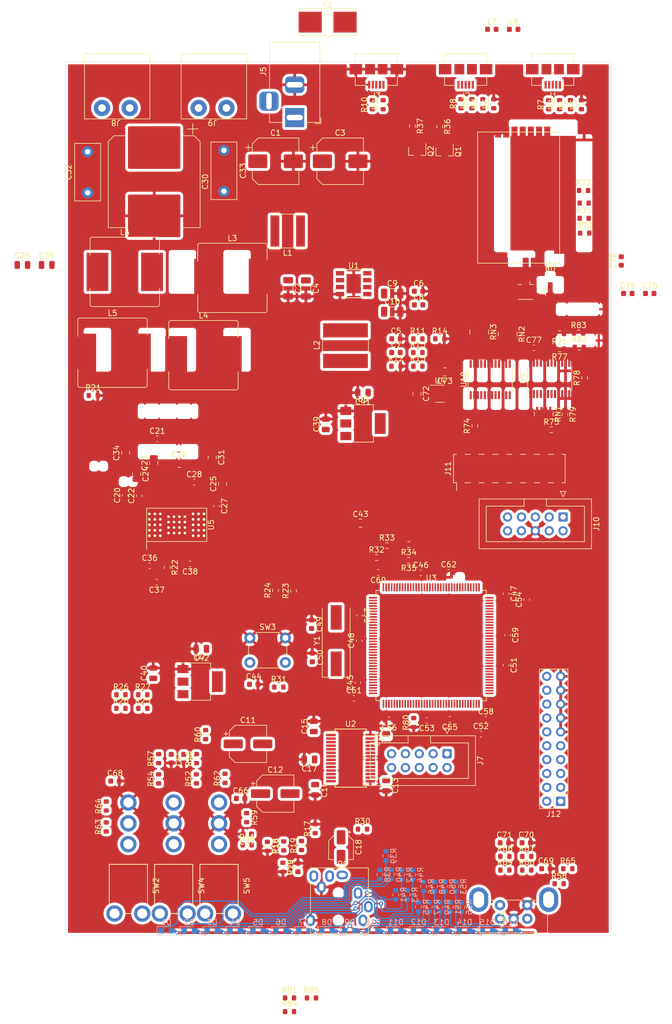
<source format=kicad_pcb>
(kicad_pcb (version 20201116) (generator pcbnew)

  (general
    (thickness 1.6)
  )

  (paper "A4")
  (layers
    (0 "F.Cu" signal)
    (31 "B.Cu" signal)
    (32 "B.Adhes" user "B.Adhesive")
    (33 "F.Adhes" user "F.Adhesive")
    (34 "B.Paste" user)
    (35 "F.Paste" user)
    (36 "B.SilkS" user "B.Silkscreen")
    (37 "F.SilkS" user "F.Silkscreen")
    (38 "B.Mask" user)
    (39 "F.Mask" user)
    (40 "Dwgs.User" user "User.Drawings")
    (41 "Cmts.User" user "User.Comments")
    (42 "Eco1.User" user "User.Eco1")
    (43 "Eco2.User" user "User.Eco2")
    (44 "Edge.Cuts" user)
    (45 "Margin" user)
    (46 "B.CrtYd" user "B.Courtyard")
    (47 "F.CrtYd" user "F.Courtyard")
    (48 "B.Fab" user)
    (49 "F.Fab" user)
  )

  (setup
    (stackup
      (layer "F.SilkS" (type "Top Silk Screen"))
      (layer "F.Paste" (type "Top Solder Paste"))
      (layer "F.Mask" (type "Top Solder Mask") (color "Green") (thickness 0.01))
      (layer "F.Cu" (type "copper") (thickness 0.035))
      (layer "dielectric 1" (type "core") (thickness 1.51) (material "FR4") (epsilon_r 4.5) (loss_tangent 0.02))
      (layer "B.Cu" (type "copper") (thickness 0.035))
      (layer "B.Mask" (type "Bottom Solder Mask") (color "Green") (thickness 0.01))
      (layer "B.Paste" (type "Bottom Solder Paste"))
      (layer "B.SilkS" (type "Bottom Silk Screen"))
      (copper_finish "None")
      (dielectric_constraints no)
    )
    (pcbplotparams
      (layerselection 0x00010fc_ffffffff)
      (disableapertmacros false)
      (usegerberextensions false)
      (usegerberattributes true)
      (usegerberadvancedattributes true)
      (creategerberjobfile true)
      (svguseinch false)
      (svgprecision 6)
      (excludeedgelayer true)
      (plotframeref false)
      (viasonmask false)
      (mode 1)
      (useauxorigin false)
      (hpglpennumber 1)
      (hpglpenspeed 20)
      (hpglpendiameter 15.000000)
      (psnegative false)
      (psa4output false)
      (plotreference true)
      (plotvalue true)
      (plotinvisibletext false)
      (sketchpadsonfab false)
      (subtractmaskfromsilk false)
      (outputformat 1)
      (mirror false)
      (drillshape 1)
      (scaleselection 1)
      (outputdirectory "")
    )
  )


  (net 0 "")
  (net 1 "/~SPK_FAULT")
  (net 2 "/Processor/~RST")
  (net 3 "/Processor/GPIO_I2S_WS")
  (net 4 "/Processor/SWCLK")
  (net 5 "/~SPK_SD")
  (net 6 "/HP_DETECT")
  (net 7 "+5V")
  (net 8 "/Processor/GPIO_I2S_SDO")
  (net 9 "/Processor/SWDIO")
  (net 10 "/BT_MFB")
  (net 11 "/MIC2")
  (net 12 "GND")
  (net 13 "Net-(R58-Pad2)")
  (net 14 "Net-(R59-Pad2)")
  (net 15 "/MIC1")
  (net 16 "Net-(D1-Pad1)")
  (net 17 "Net-(C31-Pad1)")
  (net 18 "Net-(C25-Pad2)")
  (net 19 "Net-(C24-Pad2)")
  (net 20 "Net-(C24-Pad1)")
  (net 21 "Net-(C25-Pad1)")
  (net 22 "Net-(C1-Pad1)")
  (net 23 "/19V_ANALOG")
  (net 24 "Net-(C5-Pad1)")
  (net 25 "Net-(C6-Pad1)")
  (net 26 "Net-(C7-Pad1)")
  (net 27 "Net-(C7-Pad2)")
  (net 28 "Net-(C8-Pad1)")
  (net 29 "+3.3VA")
  (net 30 "Net-(C11-Pad1)")
  (net 31 "Net-(C11-Pad2)")
  (net 32 "Net-(C12-Pad1)")
  (net 33 "Net-(C12-Pad2)")
  (net 34 "Net-(C13-Pad1)")
  (net 35 "/Speaker Amplifier/3.3V")
  (net 36 "Net-(C18-Pad1)")
  (net 37 "Net-(C18-Pad2)")
  (net 38 "Net-(C20-Pad1)")
  (net 39 "Net-(C23-Pad1)")
  (net 40 "Net-(C23-Pad2)")
  (net 41 "Net-(C26-Pad1)")
  (net 42 "Net-(C26-Pad2)")
  (net 43 "Net-(C29-Pad1)")
  (net 44 "Net-(C32-Pad1)")
  (net 45 "Net-(C33-Pad1)")
  (net 46 "Net-(C36-Pad1)")
  (net 47 "Net-(C36-Pad2)")
  (net 48 "Net-(C37-Pad1)")
  (net 49 "Net-(F1-Pad2)")
  (net 50 "Net-(J1-Pad1)")
  (net 51 "Net-(J1-Pad2)")
  (net 52 "Net-(J1-Pad3)")
  (net 53 "/Processor/GPIO_I2S_SDI")
  (net 54 "Net-(J2-Pad1)")
  (net 55 "Net-(J2-Pad2)")
  (net 56 "Net-(J2-Pad3)")
  (net 57 "/Processor/GPIO_I2S_CK")
  (net 58 "no_connect_271")
  (net 59 "Net-(J3-Pad2)")
  (net 60 "Net-(J3-Pad3)")
  (net 61 "no_connect_273")
  (net 62 "no_connect_274")
  (net 63 "/Processor/USB1_DETECT")
  (net 64 "/Processor/USB1_DM")
  (net 65 "/Processor/USB2_DETECT")
  (net 66 "/Processor/USB2_DM")
  (net 67 "/Processor/USB1_DP")
  (net 68 "/Processor/USB2_DP")
  (net 69 "/Bluetooth/USB3_DM")
  (net 70 "/Bluetooth/USB3_DP")
  (net 71 "Net-(R11-Pad1)")
  (net 72 "Net-(R13-Pad1)")
  (net 73 "Net-(R18-Pad2)")
  (net 74 "Net-(R19-Pad2)")
  (net 75 "Net-(R22-Pad1)")
  (net 76 "no_connect_276")
  (net 77 "Net-(D2-Pad1)")
  (net 78 "/BT2")
  (net 79 "/Processor/GPIO_I2S_MCK")
  (net 80 "Net-(J4-Pad1)")
  (net 81 "Net-(J4-Pad2)")
  (net 82 "/BT_SPI{slash}~PCM")
  (net 83 "Net-(R25-Pad2)")
  (net 84 "/Processor/GPIO_SPI_MISO")
  (net 85 "/Processor/EXT_READY")
  (net 86 "/Processor/GPIO_SPI_SCK")
  (net 87 "/Processor/GPIO_SPI_~SS")
  (net 88 "/SDO")
  (net 89 "Net-(R26-Pad2)")
  (net 90 "Net-(D3-Pad1)")
  (net 91 "/Processor/AMP_READY")
  (net 92 "+3V3")
  (net 93 "/BT_P18")
  (net 94 "/BT_P21")
  (net 95 "no_connect_214")
  (net 96 "Net-(C49-Pad2)")
  (net 97 "Net-(C50-Pad2)")
  (net 98 "/Bluetooth/SCL_1V8")
  (net 99 "/AMP_I2S_SDI")
  (net 100 "/AMP_I2S_SDO")
  (net 101 "/BT_P17")
  (net 102 "no_connect_275")
  (net 103 "no_connect_252")
  (net 104 "no_connect_259")
  (net 105 "no_connect_260")
  (net 106 "Net-(J1-Pad5)")
  (net 107 "no_connect_261")
  (net 108 "no_connect_262")
  (net 109 "Net-(R27-Pad2)")
  (net 110 "Net-(R28-Pad2)")
  (net 111 "no_connect_264")
  (net 112 "no_connect_265")
  (net 113 "no_connect_263")
  (net 114 "no_connect_254")
  (net 115 "no_connect_255")
  (net 116 "no_connect_283")
  (net 117 "no_connect_284")
  (net 118 "no_connect_285")
  (net 119 "no_connect_213")
  (net 120 "Net-(J2-Pad5)")
  (net 121 "no_connect_256")
  (net 122 "/AMP_I2S_CK")
  (net 123 "no_connect_218")
  (net 124 "Net-(C52-Pad1)")
  (net 125 "no_connect_216")
  (net 126 "/BT_P16")
  (net 127 "/BT_P6")
  (net 128 "/BT_P7")
  (net 129 "no_connect_225")
  (net 130 "no_connect_226")
  (net 131 "/AMP_I2S_MCK")
  (net 132 "no_connect_227")
  (net 133 "no_connect_228")
  (net 134 "no_connect_230")
  (net 135 "no_connect_231")
  (net 136 "/Bluetooth/SDA_1V8")
  (net 137 "Net-(C54-Pad1)")
  (net 138 "/BT_I2S_WS")
  (net 139 "no_connect_257")
  (net 140 "no_connect_258")
  (net 141 "no_connect_253")
  (net 142 "no_connect_266")
  (net 143 "no_connect_270")
  (net 144 "no_connect_267")
  (net 145 "no_connect_278")
  (net 146 "no_connect_268")
  (net 147 "no_connect_269")
  (net 148 "no_connect_229")
  (net 149 "no_connect_220")
  (net 150 "no_connect_221")
  (net 151 "no_connect_222")
  (net 152 "/BT_I2S_CK")
  (net 153 "/BT_I2S_SDO")
  (net 154 "no_connect_223")
  (net 155 "/AMP_I2S_WS")
  (net 156 "Net-(J11-Pad4)")
  (net 157 "Net-(J11-Pad6)")
  (net 158 "Net-(R52-Pad2)")
  (net 159 "Net-(D4-Pad1)")
  (net 160 "Net-(R54-Pad2)")
  (net 161 "no_connect_224")
  (net 162 "no_connect_279")
  (net 163 "no_connect_280")
  (net 164 "no_connect_281")
  (net 165 "no_connect_282")
  (net 166 "no_connect_277")
  (net 167 "no_connect_219")
  (net 168 "no_connect_232")
  (net 169 "no_connect_236")
  (net 170 "/Processor/GPIO_SPI_MOSI")
  (net 171 "no_connect_233")
  (net 172 "no_connect_234")
  (net 173 "Net-(J11-Pad8)")
  (net 174 "no_connect_217")
  (net 175 "/Bluetooth/3V3_BT")
  (net 176 "no_connect_235")
  (net 177 "no_connect_272")
  (net 178 "no_connect_237")
  (net 179 "no_connect_215")
  (net 180 "/Bluetooth/1V8_BT")
  (net 181 "/Bluetooth/SDO_3V3")
  (net 182 "Net-(J11-Pad10)")
  (net 183 "/Bluetooth/P29_1V8")
  (net 184 "/Bluetooth/P30_1V8")
  (net 185 "/Bluetooth/P18_1V8")
  (net 186 "/Bluetooth/P31_1V8")
  (net 187 "/Bluetooth/P8_1V8")
  (net 188 "/Bluetooth/P9_1V8")
  (net 189 "Net-(J11-Pad12)")
  (net 190 "/Bluetooth/P21_1V8")
  (net 191 "/Bluetooth/SPI{slash}~PCM_1V8")
  (net 192 "/Bluetooth/SDO_1V8")
  (net 193 "/SCL_1")
  (net 194 "/Bluetooth/SDI_1V8")
  (net 195 "/AMP_I2C_SDA")
  (net 196 "Net-(R79-Pad1)")
  (net 197 "Net-(RN1-Pad1)")
  (net 198 "Net-(RN1-Pad2)")
  (net 199 "Net-(RN1-Pad3)")
  (net 200 "Net-(RN1-Pad4)")
  (net 201 "Net-(RN2-Pad5)")
  (net 202 "Net-(R32-Pad2)")
  (net 203 "Net-(RN2-Pad6)")
  (net 204 "no_connect_238")
  (net 205 "no_connect_248")
  (net 206 "no_connect_249")
  (net 207 "no_connect_250")
  (net 208 "/Bluetooth/CK_1V8")
  (net 209 "/Bluetooth/WS_1V8")
  (net 210 "Net-(R60-Pad2)")
  (net 211 "Net-(D5-Pad1)")
  (net 212 "Net-(R63-Pad2)")
  (net 213 "Net-(D6-Pad1)")
  (net 214 "Net-(D7-Pad1)")
  (net 215 "Net-(D8-Pad1)")
  (net 216 "Net-(D9-Pad1)")
  (net 217 "Net-(D10-Pad1)")
  (net 218 "Net-(D11-Pad1)")
  (net 219 "Net-(D12-Pad1)")
  (net 220 "Net-(D13-Pad1)")
  (net 221 "Net-(D14-Pad1)")
  (net 222 "Net-(D15-Pad1)")
  (net 223 "Net-(D16-Pad1)")
  (net 224 "Net-(RN2-Pad7)")
  (net 225 "/VOL0")
  (net 226 "/VOL1")
  (net 227 "/VOL2")
  (net 228 "/VOL3")
  (net 229 "/VOL4")
  (net 230 "/VOL5")
  (net 231 "/VOL6")
  (net 232 "/VOL7")
  (net 233 "/VOL8")
  (net 234 "/VOL9")
  (net 235 "/VOL10")
  (net 236 "/VOL11")
  (net 237 "/VOL12")
  (net 238 "/VOL13")
  (net 239 "/VOL14")
  (net 240 "/BT1")
  (net 241 "/VOL15")
  (net 242 "/ENC_SW")
  (net 243 "Net-(R66-Pad2)")
  (net 244 "/PWR")
  (net 245 "Net-(R67-Pad2)")
  (net 246 "/ENC_A")
  (net 247 "/ENC_B")
  (net 248 "Net-(R30-Pad2)")
  (net 249 "Net-(R80-Pad2)")
  (net 250 "Net-(R82-Pad1)")
  (net 251 "Net-(J6-PadS)")
  (net 252 "Net-(J6-PadR2)")
  (net 253 "Net-(R83-Pad1)")
  (net 254 "no_connect_251")
  (net 255 "/IR")
  (net 256 "/FRONT_SCLK")
  (net 257 "/FRONT_RCLK")
  (net 258 "/FRONT_MOSI")
  (net 259 "no_connect_239")
  (net 260 "no_connect_240")
  (net 261 "/FRONT_~RST")
  (net 262 "no_connect_241")
  (net 263 "Net-(RN2-Pad8)")
  (net 264 "Net-(RN3-Pad5)")
  (net 265 "no_connect_242")
  (net 266 "no_connect_243")
  (net 267 "Net-(RN3-Pad6)")
  (net 268 "Net-(RN3-Pad7)")
  (net 269 "Net-(RN3-Pad8)")
  (net 270 "no_connect_244")
  (net 271 "/SDO_1")
  (net 272 "/SCL")
  (net 273 "/SDA")
  (net 274 "no_connect_245")
  (net 275 "/Bluetooth/P17_1V8")
  (net 276 "/Bluetooth/P16_1V8")
  (net 277 "/Bluetooth/P7_1V8")
  (net 278 "/Bluetooth/P6_1V8")
  (net 279 "/P31")
  (net 280 "/P8")
  (net 281 "/P9")
  (net 282 "/P29")
  (net 283 "/P30")
  (net 284 "no_connect_246")
  (net 285 "no_connect_247")

  (footprint "Resistor_SMD:R_0603_1608Metric" (layer "F.Cu") (at 137.45 32.725 90))

  (footprint "Resistor_SMD:R_0603_1608Metric" (layer "F.Cu") (at 139.45 32.725 90))

  (footprint "Resistor_SMD:R_0603_1608Metric" (layer "F.Cu") (at 143.45 32.725 90))

  (footprint "Resistor_SMD:R_0603_1608Metric" (layer "F.Cu") (at 157.5 32.9 90))

  (footprint "Connector_USB:USB_Micro-B_Amphenol_10104110_Horizontal" (layer "F.Cu") (at 138.3 27.7 180))

  (footprint "Package_QFP:LQFP-144_20x20mm_P0.5mm" (layer "F.Cu") (at 132 131.9))

  (footprint "Connector_USB:USB_Micro-B_Amphenol_10104110_Horizontal" (layer "F.Cu") (at 121.95 27.7 180))

  (footprint "Resistor_SMD:R_0603_1608Metric" (layer "F.Cu") (at 159.5 32.9 90))

  (footprint "Resistor_SMD:R_0603_1608Metric" (layer "F.Cu") (at 153.5 32.9 90))

  (footprint "Resistor_SMD:R_0603_1608Metric" (layer "F.Cu") (at 123.2 32.9 90))

  (footprint "Resistor_SMD:R_0603_1608Metric" (layer "F.Cu") (at 155.5 32.9 90))

  (footprint "Resistor_SMD:R_0603_1608Metric" (layer "F.Cu") (at 141.45 32.725 90))

  (footprint "Package_SO:SSOP-28_5.3x10.2mm_P0.65mm" (layer "F.Cu") (at 117.25 152.5))

  (footprint "Package_SO:Diodes_SO-8EP" (layer "F.Cu") (at 117.8025 65.655))

  (footprint "Connector_USB:USB_Micro-B_Amphenol_10104110_Horizontal" (layer "F.Cu") (at 154.25 27.7 180))

  (footprint "Resistor_SMD:R_0603_1608Metric" (layer "F.Cu") (at 121.2 32.9 90))

  (footprint "Connector_BarrelJack:BarrelJack_Horizontal" (layer "F.Cu") (at 107 35.25 -90))

  (footprint "Capacitor_SMD:C_0805_2012Metric" (layer "F.Cu") (at 123.75 157.55 -90))

  (footprint "Capacitor_SMD:C_0805_2012Metric" (layer "F.Cu") (at 123.75 149 90))

  (footprint "Capacitor_SMD:C_0805_2012Metric" (layer "F.Cu") (at 110.5 146.7 90))

  (footprint "Resistor_SMD:R_0603_1608Metric" (layer "F.Cu") (at 102 168.65 -90))

  (footprint "Resistor_SMD:R_0603_1608Metric" (layer "F.Cu") (at 110.75 165.425 90))

  (footprint "Capacitor_SMD:C_0805_2012Metric" (layer "F.Cu") (at 110.75 158.3 -90))

  (footprint "Capacitor_SMD:C_0805_2012Metric" (layer "F.Cu") (at 109.7 152.75 180))

  (footprint "Capacitor_SMD:C_0603_1608Metric" (layer "F.Cu") (at 125.55 75.75))

  (footprint "Capacitor_SMD:C_0603_1608Metric" (layer "F.Cu") (at 125.55 78.26))

  (footprint "Resistor_SMD:R_0603_1608Metric" (layer "F.Cu") (at 129.56 75.75))

  (footprint "Resistor_SMD:R_0603_1608Metric" (layer "F.Cu") (at 125.55 80.77))

  (footprint "Resistor_SMD:R_0603_1608Metric" (layer "F.Cu") (at 129.56 78.26))

  (footprint "Resistor_SMD:R_0603_1608Metric" (layer "F.Cu") (at 133.57 75.75))

  (footprint "Resistor_SMD:R_0603_1608Metric" (layer "F.Cu") (at 129.56 80.77))

  (footprint "Resistor_SMD:R_0603_1608Metric" (layer "F.Cu") (at 108.25 168.5 90))

  (footprint "Resistor_SMD:R_0603_1608Metric" (layer "F.Cu") (at 104.85 172.475 -90))

  (footprint "Resistor_SMD:R_0603_1608Metric" (layer "F.Cu") (at 105 168.575 90))

  (footprint "Capacitor_SMD:CP_Elec_8x10" (layer "F.Cu") (at 103.5 43.25))

  (footprint "Capacitor_SMD:C_1206_3216Metric" (layer "F.Cu") (at 105.8 66.5 -90))

  (footprint "Capacitor_SMD:CP_Elec_8x10" (layer "F.Cu") (at 115.33 43.25))

  (footprint "Capacitor_SMD:C_1206_3216Metric" (layer "F.Cu") (at 109.05 66.525 -90))

  (footprint "Inductor_SMD:L_Bourns-SRN8040_8x8.15mm" (layer "F.Cu") (at 116.3 77 90))

  (footprint "Capacitor_SMD:C_0603_1608Metric" (layer "F.Cu") (at 107.6 172.525 90))

  (footprint "Inductor_SMD:L_Taiyo-Yuden_NR-60xx" (layer "F.Cu") (at 105.72 56.02 180))

  (footprint "Capacitor_SMD:CP_Elec_6.3x7.7" (layer "F.Cu") (at 98.45 149.9))

  (footprint "Capacitor_SMD:CP_Elec_6.3x7.7" (layer "F.Cu")
    (tedit 5BCA39D0) (tstamp 00000000-0000-0000-0000-00005fb07a2f)
    (at 103.45 159)
    (descr "SMD capacitor, aluminum electrolytic, Nichicon, 6.3x7.7mm")
    (tags "capacitor electrolytic")
    (property "Dateiname Blatt" "headphone-amp.kicad_sch")
    (property "Schaltplanname" "Headphone Amplifier")
    (path "/00000000-0000-0000-0000-00005fa5bd36/00000000-0000-0000-0000-00005fb761de")
    (attr smd)
    (fp_text reference "C12" (at 0 -4.35) (layer "F.SilkS")
      (effects (font (size 1 1) (thickness 0.15)))
      (tstamp a64ec2c1-a9af-4f7b-9a31-eb3f672f9902)
    )
    (fp_text value "220uF" (at 0 4.35) (layer "F.Fab")
      (effects (font (size 1 1) (thickness 0.15)))
      (tstamp 1ff3873f-285a-4a30-8ebc-7b3fe0bb7981)
    )
    (fp_text user "${REFERENCE}" (at 0 0) (layer "F.Fab")
      (effects (font (size 1 1) (thickness 0.15)))
      (tstamp 8ed30ed8-073e-464f-99ee-ca229a6b2865)
    )
    (fp_line (start -3.41 -2.345563) (end -2.345563 -3.41) (layer "F.SilkS") (width 0.12) (tstamp 0a04f58f-f25e-4841-a9e7-22e05aac0664))
    (fp_line (start -3.41 2.345563) (end -3.41 1.06) (layer "F.SilkS") (width 0.12) (tstamp 1b422f8d-be42-48a9-affe-79513a3cefbc))
    (fp_line (start -4.4375 -1.8475) (end -3.65 -1.8475) (layer "F.SilkS") (width 0.12) (tstamp 404e15e4-75a8-451f-b270-8ca63c21e5ea))
    (fp_line (start -3.41 2.345563) (end -2.345563 3.41) (layer "F.SilkS") (width 0.12) (tstamp 4a4a0e66-8d00-4129-a8b7-2a7c23a810d8))
    (fp_line (start -2.345563 3.41) (end 3.41 3.41) (layer "F.SilkS") (width 0.12) (tstamp 774834b8-af25-4cf6-9b6f-d36bb8d416fe))
    (fp_line (start -3.41 -2.345563) (end -3.41 -1.06) (layer "F.SilkS") (width 0.12) (tstamp b43ee947-ce47-4858-8a25-51145111d02a))
    (fp_line (start -4.04375 -2.24125) (end -4.04375 -1.45375) (layer "F.SilkS") (width 0.12) (tstamp baadaa39-51b0-4a8e-9821-30a306f5e2b3))
    (fp_line (start 3.41 3.41) (end 3.41 1.06) (layer "F.SilkS") (width 0.12) (tstamp c4f6964a-2a9f-4747-9df5-c7d6251efc0e))
    (fp_line (start -2.345563 -3.41) (end 3.41 -3.41) (layer "F.SilkS") (width 0.12) (tstamp ef31840f-676c-488c-bcdd-a2f27b177c05))
    (fp_line (start 3.41 -3.41) (end 3.41 -1.06) (layer "F.SilkS") (width 0.12) (tstamp f89c8ffd-66d6-4115-ad38-957fd1ff2750))
    (fp_line (start -3.55 1.05) (end -3.55 2.4) (layer "F.CrtYd") (width 0.05) (tstamp 00f3fa49-15ac-44b5-b0f0-780f62509497))
    (fp_line (start -3.55 2.4) (end -2.4 3.55) (layer "F.CrtYd") (width 0.05) (tstamp 240ba7eb-ba9b-41e5-af5b-a7679702b7fc))
    (fp_line (start -2.4 -3.55) (end 3.55 -3.55) (layer "F.CrtYd") (width 0.05) (tstamp 2d11a6c9-5f86-477c-8203-11e110d329e1))
    (fp_line (start -2.4 3.55) (end 3.55 3.55) (layer "F.CrtYd") (width 0.05) (tstamp 3676573c-d5a4-4c6a-a865-ae272e6978e8))
    (fp_line (start 4.7 1.05) (end 3.55 1.05) (layer "F.CrtYd") (width 0.05) (tstamp 3a8a257d-8c60-47ec-aff4-6afe653c1dc5))
    (fp_line (start 4.7 -1.05) (end 4.7 1.05) (layer "F.CrtYd") (width 0.05) (tstamp 4bfe7822-d9fd-4a74-9e8a-751c8c89554b))
    (fp_line (start -4.7 -1.05) (end -4.7 1.05) (layer "F.CrtYd") (width 0.05) (tstamp 58db7c31-e7a0-4b58-8db8-3b2cc7c00506))
    (fp_line (start -3.55 -1.05) (end -4.7 -1.05) (layer "F.CrtYd") (width 0.05) (tstamp 656e4b2f-747b-447d-95b5-580b4c2915fe))
    (fp_line (start 3.55 -3.55) (end 3.5
... [1654154 chars truncated]
</source>
